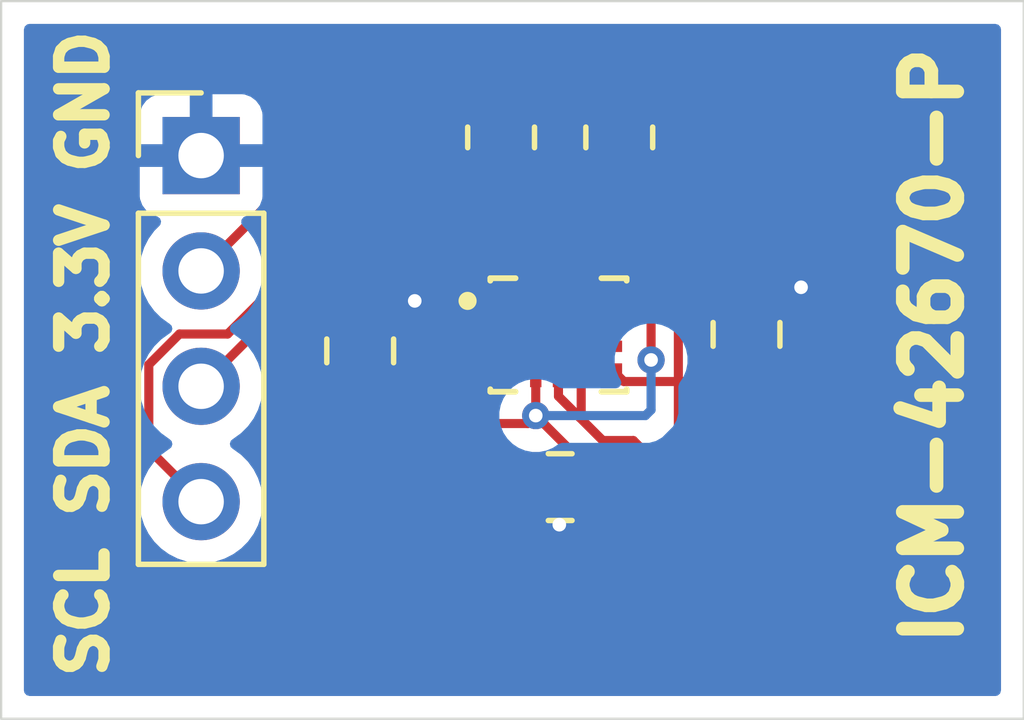
<source format=kicad_pcb>
(kicad_pcb (version 20241229) (generator "pcbnew") (generator_version "9.0")
  (layers (0 "F.Cu" signal) (2 "B.Cu" signal) (13 "F.Paste" user) (15 "B.Paste" user) (5 "F.SilkS" user "F.Silkscreen") (7 "B.SilkS" user "B.Silkscreen") (1 "F.Mask" user) (3 "B.Mask" user) (25 "Edge.Cuts" user))
  (net 0 "")
  (net 1 "3.3V")
  (net 2 "GND")
  (net 3 "SCL")
  (net 4 "SDA")
  (footprint "Capacitor_SMD:C_0805_2012Metric_Pad1.18x1.45mm_HandSolder" (layer "F.Cu") (at 141.5 91.6 90)
    (property "Reference" "C2" (hide yes))
    (property "Value" "10nF")
    (fp_line (start -0.261252 -0.735) (end 0.261252 -0.735) (stroke (width 0.12)) (layer "F.SilkS"))
    (fp_line (start -0.261252 0.735) (end 0.261252 0.735) (stroke (width 0.12)) (layer "F.SilkS"))
    (pad "1" smd roundrect (at -1.0375 0 90) (size 1.175 1.45) (layers "F.Cu" "F.Mask" "F.Paste") (roundrect_rratio 0.212766) (net 1 "3.3V"))
    (pad "2" smd roundrect (at 1.0375 0 90) (size 1.175 1.45) (layers "F.Cu" "F.Mask" "F.Paste") (roundrect_rratio 0.212766) (net 2 "GND"))
  )
  (footprint "ICM-42670-P:XDCR_ICM-42670-P" (layer "F.Cu") (at 145.8625 91.25)
    (property "Reference" "MT1" (hide yes))
    (property "Value" "ICM-42670-P")
    (fp_line (start -1.5 -1.25) (end -0.945 -1.25) (stroke (width 0.127)) (layer "F.SilkS"))
    (fp_line (start -1.5 -1.195) (end -1.5 -1.25) (stroke (width 0.127)) (layer "F.SilkS"))
    (fp_line (start -1.5 1.25) (end -1.5 1.195) (stroke (width 0.127)) (layer "F.SilkS"))
    (fp_line (start -0.945 1.25) (end -1.5 1.25) (stroke (width 0.127)) (layer "F.SilkS"))
    (fp_line (start 0.945 -1.25) (end 1.5 -1.25) (stroke (width 0.127)) (layer "F.SilkS"))
    (fp_line (start 1.5 -1.25) (end 1.5 -1.195) (stroke (width 0.127)) (layer "F.SilkS"))
    (fp_line (start 1.5 1.25) (end 0.945 1.25) (stroke (width 0.127)) (layer "F.SilkS"))
    (fp_line (start 1.5 1.25) (end 1.5 1.195) (stroke (width 0.127)) (layer "F.SilkS"))
    (fp_circle (center -2 -0.75) (end -1.9 -0.75) (stroke (width 0.2)) (fill no) (layer "F.SilkS"))
    (pad "1" smd rect (at -1.1625 -0.75) (size 0.475 0.25) (layers "F.Cu") (net 2 "GND"))
    (pad "2" smd rect (at -1.1625 -0.25) (size 0.475 0.25) (layers "F.Cu"))
    (pad "3" smd rect (at -1.1625 0.25) (size 0.475 0.25) (layers "F.Cu"))
    (pad "4" smd rect (at -1.1625 0.75) (size 0.475 0.25) (layers "F.Cu"))
    (pad "5" smd rect (at -0.5 0.9125) (size 0.25 0.475) (layers "F.Cu") (net 1 "3.3V"))
    (pad "6" smd rect (at 0 0.9125) (size 0.25 0.475) (layers "F.Cu") (net 2 "GND"))
    (pad "7" smd rect (at 0.5 0.9125) (size 0.25 0.475) (layers "F.Cu") (net 2 "GND"))
    (pad "8" smd rect (at 1.1625 0.75) (size 0.475 0.25) (layers "F.Cu") (net 1 "3.3V"))
    (pad "9" smd rect (at 1.1625 0.25) (size 0.475 0.25) (layers "F.Cu"))
    (pad "10" smd rect (at 1.1625 -0.25) (size 0.475 0.25) (layers "F.Cu"))
    (pad "11" smd rect (at 1.1625 -0.75) (size 0.475 0.25) (layers "F.Cu"))
    (pad "12" smd rect (at 0.5 -0.9125) (size 0.25 0.475) (layers "F.Cu") (net 1 "3.3V"))
    (pad "13" smd rect (at 0 -0.9125) (size 0.25 0.475) (layers "F.Cu") (net 3 "SCL"))
    (pad "14" smd rect (at -0.5 -0.9125) (size 0.25 0.475) (layers "F.Cu") (net 4 "SDA"))
  )
  (footprint "Connector_PinHeader_2.54mm:PinHeader_1x04_P2.54mm_Vertical" (layer "F.Cu") (at 138 87.3)
    (property "Reference" "J1" (hide yes))
    (property "Value" "Connector")
    (fp_line (start -1.38 -1.38) (end 0 -1.38) (stroke (width 0.12)) (layer "F.SilkS"))
    (fp_line (start -1.38 0) (end -1.38 -1.38) (stroke (width 0.12)) (layer "F.SilkS"))
    (fp_line (start -1.38 1.27) (end -1.38 9) (stroke (width 0.12)) (layer "F.SilkS"))
    (fp_line (start -1.38 1.27) (end 1.38 1.27) (stroke (width 0.12)) (layer "F.SilkS"))
    (fp_line (start -1.38 9) (end 1.38 9) (stroke (width 0.12)) (layer "F.SilkS"))
    (fp_line (start 1.38 1.27) (end 1.38 9) (stroke (width 0.12)) (layer "F.SilkS"))
    (pad "1" thru_hole rect (at 0 0) (size 1.7 1.7) (drill 1) (layers "*.Cu" "*.Mask") (net 2 "GND"))
    (pad "2" thru_hole circle (at 0 2.54) (size 1.7 1.7) (drill 1) (layers "*.Cu" "*.Mask") (net 1 "3.3V"))
    (pad "3" thru_hole circle (at 0 5.08) (size 1.7 1.7) (drill 1) (layers "*.Cu" "*.Mask") (net 4 "SDA"))
    (pad "4" thru_hole circle (at 0 7.62) (size 1.7 1.7) (drill 1) (layers "*.Cu" "*.Mask") (net 3 "SCL"))
  )
  (footprint "Capacitor_SMD:C_0805_2012Metric_Pad1.18x1.45mm_HandSolder" (layer "F.Cu") (at 145.9 94.6)
    (property "Reference" "C3" (hide yes))
    (property "Value" "100nF")
    (fp_line (start -0.261252 -0.735) (end 0.261252 -0.735) (stroke (width 0.12)) (layer "F.SilkS"))
    (fp_line (start -0.261252 0.735) (end 0.261252 0.735) (stroke (width 0.12)) (layer "F.SilkS"))
    (pad "1" smd roundrect (at -1.0375 0) (size 1.175 1.45) (layers "F.Cu" "F.Mask" "F.Paste") (roundrect_rratio 0.212766) (net 2 "GND"))
    (pad "2" smd roundrect (at 1.0375 0) (size 1.175 1.45) (layers "F.Cu" "F.Mask" "F.Paste") (roundrect_rratio 0.212766) (net 1 "3.3V"))
  )
  (footprint "Resistor_SMD:R_0805_2012Metric_Pad1.20x1.40mm_HandSolder" (layer "F.Cu") (at 144.6 86.9 -90)
    (property "Reference" "R2" (hide yes))
    (property "Value" "10K")
    (fp_line (start -0.227064 0.735) (end 0.227064 0.735) (stroke (width 0.12)) (layer "F.SilkS"))
    (fp_line (start -0.227064 -0.735) (end 0.227064 -0.735) (stroke (width 0.12)) (layer "F.SilkS"))
    (pad "1" smd roundrect (at -1 0 270) (size 1.2 1.4) (layers "F.Cu" "F.Mask" "F.Paste") (roundrect_rratio 0.208333) (net 1 "3.3V"))
    (pad "2" smd roundrect (at 1 0 270) (size 1.2 1.4) (layers "F.Cu" "F.Mask" "F.Paste") (roundrect_rratio 0.208333) (net 4 "SDA"))
  )
  (footprint "Resistor_SMD:R_0805_2012Metric_Pad1.20x1.40mm_HandSolder" (layer "F.Cu") (at 147.2 86.9 -90)
    (property "Reference" "R1" (hide yes))
    (property "Value" "10K")
    (fp_line (start -0.227064 0.735) (end 0.227064 0.735) (stroke (width 0.12)) (layer "F.SilkS"))
    (fp_line (start -0.227064 -0.735) (end 0.227064 -0.735) (stroke (width 0.12)) (layer "F.SilkS"))
    (pad "1" smd roundrect (at -1 0 270) (size 1.2 1.4) (layers "F.Cu" "F.Mask" "F.Paste") (roundrect_rratio 0.208333) (net 1 "3.3V"))
    (pad "2" smd roundrect (at 1 0 270) (size 1.2 1.4) (layers "F.Cu" "F.Mask" "F.Paste") (roundrect_rratio 0.208333) (net 3 "SCL"))
  )
  (footprint "Capacitor_SMD:C_0805_2012Metric_Pad1.18x1.45mm_HandSolder" (layer "F.Cu") (at 150 91.2375 -90)
    (property "Reference" "C1" (hide yes))
    (property "Value" "2.2uF")
    (fp_line (start -0.261252 0.735) (end 0.261252 0.735) (stroke (width 0.12)) (layer "F.SilkS"))
    (fp_line (start -0.261252 -0.735) (end 0.261252 -0.735) (stroke (width 0.12)) (layer "F.SilkS"))
    (pad "1" smd roundrect (at -1.0375 0 270) (size 1.175 1.45) (layers "F.Cu" "F.Mask" "F.Paste") (roundrect_rratio 0.212766) (net 2 "GND"))
    (pad "2" smd roundrect (at 1.0375 0 270) (size 1.175 1.45) (layers "F.Cu" "F.Mask" "F.Paste") (roundrect_rratio 0.212766) (net 1 "3.3V"))
  )
  (gr_rect (start 133.6 83.9) (end 156.1 99.7) (stroke (width 0.05)) (fill no) (layer "Edge.Cuts"))
  (gr_text "SCL SDA 3.3V GND" (at 136 98.9 90) (layer "F.SilkS") (effects (font (size 1 1) (thickness 0.25) (bold yes)) (justify left bottom)))
  (gr_text "ICM-42670-P" (at 154.8 98.2 90) (layer "F.SilkS") (effects (font (size 1.2 1.2) (thickness 0.3) (bold yes)) (justify left bottom)))
  (segment (start 141.5 92.6375) (end 142.7375 92.6375) (width 0.2) (layer "F.Cu") (net 1))
  (segment (start 145.3625 93.025) (end 146.9375 94.6) (width 0.2) (layer "F.Cu") (net 1))
  (segment (start 143.3 93.2) (end 145.1875 93.2) (width 0.2) (layer "F.Cu") (net 1))
  (segment (start 150 92.275) (end 148.5 92.275) (width 0.2) (layer "F.Cu") (net 1))
  (segment (start 144.69084 96.027) (end 147.873 96.027) (width 0.2) (layer "F.Cu") (net 1))
  (segment (start 141.94 85.9) (end 138 89.84) (width 0.2) (layer "F.Cu") (net 1))
  (segment (start 148.5 86) (end 148.5 92.275) (width 0.2) (layer "F.Cu") (net 1))
  (segment (start 146.7 90) (end 147.9 90) (width 0.2) (layer "F.Cu") (net 1))
  (segment (start 147.9 90) (end 147.9 91.8) (width 0.2) (layer "F.Cu") (net 1))
  (segment (start 148.5 92.275) (end 147.3 92.275) (width 0.2) (layer "F.Cu") (net 1))
  (segment (start 148.4 85.9) (end 148.5 86) (width 0.2) (layer "F.Cu") (net 1))
  (segment (start 147.2 85.9) (end 144.6 85.9) (width 0.2) (layer "F.Cu") (net 1))
  (segment (start 148.5 95.4) (end 148.5 92.275) (width 0.2) (layer "F.Cu") (net 1))
  (segment (start 144.6 85.9) (end 141.94 85.9) (width 0.2) (layer "F.Cu") (net 1))
  (segment (start 147.2 85.9) (end 148.4 85.9) (width 0.2) (layer "F.Cu") (net 1))
  (segment (start 145.3625 92.1625) (end 145.3625 93.025) (width 0.2) (layer "F.Cu") (net 1))
  (segment (start 146.3625 90.3375) (end 146.7 90) (width 0.2) (layer "F.Cu") (net 1))
  (segment (start 145.1875 93.2) (end 145.3625 93.025) (width 0.2) (layer "F.Cu") (net 1))
  (segment (start 142.7375 92.6375) (end 143.3 93.2) (width 0.2) (layer "F.Cu") (net 1))
  (segment (start 143.3 93.2) (end 143.3 94.63616) (width 0.2) (layer "F.Cu") (net 1))
  (segment (start 147.873 96.027) (end 148.5 95.4) (width 0.2) (layer "F.Cu") (net 1))
  (segment (start 143.3 94.63616) (end 144.69084 96.027) (width 0.2) (layer "F.Cu") (net 1))
  (segment (start 147.3 92.275) (end 147.025 92) (width 0.2) (layer "F.Cu") (net 1))
  (via (at 145.3625 93.025) (size 0.6) (drill 0.3) (layers "F.Cu" "B.Cu") (net 1))
  (via (at 147.9 91.8) (size 0.6) (drill 0.3) (layers "F.Cu" "B.Cu") (net 1))
  (segment (start 147.775 93.025) (end 145.3625 93.025) (width 0.2) (layer "B.Cu") (net 1))
  (segment (start 147.9 92.9) (end 147.775 93.025) (width 0.2) (layer "B.Cu") (net 1))
  (segment (start 147.9 91.8) (end 147.9 92.9) (width 0.2) (layer "B.Cu") (net 1))
  (segment (start 147.51016 93.574) (end 146.8365 93.574) (width 0.2) (layer "F.Cu") (net 2))
  (segment (start 142.7 90.5) (end 144.7 90.5) (width 0.2) (layer "F.Cu") (net 2))
  (segment (start 146.8365 93.574) (end 146.33125 93.06875) (width 0.2) (layer "F.Cu") (net 2))
  (segment (start 147.826 95.31016) (end 147.826 93.88984) (width 0.2) (layer "F.Cu") (net 2))
  (segment (start 145.8885 95.626) (end 147.51016 95.626) (width 0.2) (layer "F.Cu") (net 2))
  (segment (start 151.2 90.2) (end 150 90.2) (width 0.2) (layer "F.Cu") (net 2))
  (segment (start 145.6895 95.427) (end 144.8625 94.6) (width 0.2) (layer "F.Cu") (net 2))
  (segment (start 145.8625 92.1625) (end 145.8625 92.6) (width 0.2) (layer "F.Cu") (net 2))
  (segment (start 147.51016 95.626) (end 147.826 95.31016) (width 0.2) (layer "F.Cu") (net 2))
  (segment (start 142.7 90.5) (end 141.5625 90.5) (width 0.2) (layer "F.Cu") (net 2))
  (segment (start 147.826 93.88984) (end 147.51016 93.574) (width 0.2) (layer "F.Cu") (net 2))
  (segment (start 145.88125 95.427) (end 145.88125 95.61875) (width 0.2) (layer "F.Cu") (net 2))
  (segment (start 145.88125 95.427) (end 145.6895 95.427) (width 0.2) (layer "F.Cu") (net 2))
  (segment (start 141.5625 90.5) (end 141.5 90.5625) (width 0.2) (layer "F.Cu") (net 2))
  (segment (start 145.8625 92.6) (end 146.33125 93.06875) (width 0.2) (layer "F.Cu") (net 2))
  (segment (start 145.88125 95.61875) (end 145.8885 95.626) (width 0.2) (layer "F.Cu") (net 2))
  (segment (start 146.3625 93.0375) (end 146.33125 93.06875) (width 0.2) (layer "F.Cu") (net 2))
  (segment (start 146.3625 92.1625) (end 146.3625 93.0375) (width 0.2) (layer "F.Cu") (net 2))
  (via (at 151.2 90.2) (size 0.6) (drill 0.3) (layers "F.Cu" "B.Cu") (net 2))
  (via (at 145.88125 95.427) (size 0.6) (drill 0.3) (layers "F.Cu" "B.Cu") (net 2))
  (via (at 142.7 90.5) (size 0.6) (drill 0.3) (layers "F.Cu" "B.Cu") (net 2))
  (segment (start 136.849 93.769) (end 136.849 91.90324) (width 0.2) (layer "F.Cu") (net 3))
  (segment (start 138.5839 91.229) (end 139.799 90.0139) (width 0.2) (layer "F.Cu") (net 3))
  (segment (start 138 94.92) (end 136.849 93.769) (width 0.2) (layer "F.Cu") (net 3))
  (segment (start 145.8625 89.2375) (end 145.8625 90.3375) (width 0.2) (layer "F.Cu") (net 3))
  (segment (start 137.52324 91.229) (end 138.5839 91.229) (width 0.2) (layer "F.Cu") (net 3))
  (segment (start 147.2 87.9) (end 145.8625 89.2375) (width 0.2) (layer "F.Cu") (net 3))
  (segment (start 136.849 91.90324) (end 137.52324 91.229) (width 0.2) (layer "F.Cu") (net 3))
  (segment (start 139.799 88.7339) (end 141.5339 86.999) (width 0.2) (layer "F.Cu") (net 3))
  (segment (start 139.799 90.0139) (end 139.799 88.7339) (width 0.2) (layer "F.Cu") (net 3))
  (segment (start 141.5339 86.999) (end 146.299 86.999) (width 0.2) (layer "F.Cu") (net 3))
  (segment (start 146.299 86.999) (end 147.2 87.9) (width 0.2) (layer "F.Cu") (net 3))
  (segment (start 138 92.38) (end 140.2 90.18) (width 0.2) (layer "F.Cu") (net 4))
  (segment (start 140.2 88.9) (end 141.2 87.9) (width 0.2) (layer "F.Cu") (net 4))
  (segment (start 144.6 87.9) (end 144.6 89.575) (width 0.2) (layer "F.Cu") (net 4))
  (segment (start 141.2 87.9) (end 144.6 87.9) (width 0.2) (layer "F.Cu") (net 4))
  (segment (start 140.2 90.18) (end 140.2 88.9) (width 0.2) (layer "F.Cu") (net 4))
  (segment (start 144.6 89.575) (end 145.3625 90.3375) (width 0.2) (layer "F.Cu") (net 4))
  (zone (net 2) (net_name "GND") (layer "B.Cu") (connect_pads (clearance 0.5)) (min_thickness 0.25) (fill yes (thermal_gap 0.5) (thermal_bridge_width 0.5))
    (polygon (pts (xy 133.7 83.9) (xy 156 83.9) (xy 156 99.6) (xy 133.8 99.6)))
  )
)
</source>
